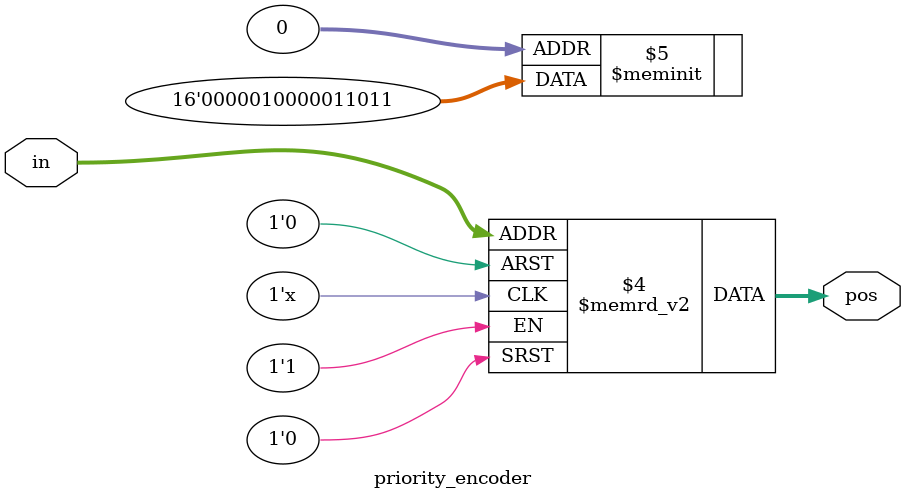
<source format=v>
module priority_encoder( 
input [2:0] in,
output reg [1:0] pos ); 
// When sel=1, assign b to out
always@(in)
	case(in)
		3'b000:	pos = 2'b11;
		3'b001:	pos = 2'b10;
		3'b010:	pos = 2'b01;
		3'b011:	pos = 2'b00;
		3'b100:	pos = 2'b00;
		3'b101:	pos = 2'b01;
		3'b110:	pos = 2'b00;
		3'b111:	pos = 2'b00;
	endcase
endmodule

</source>
